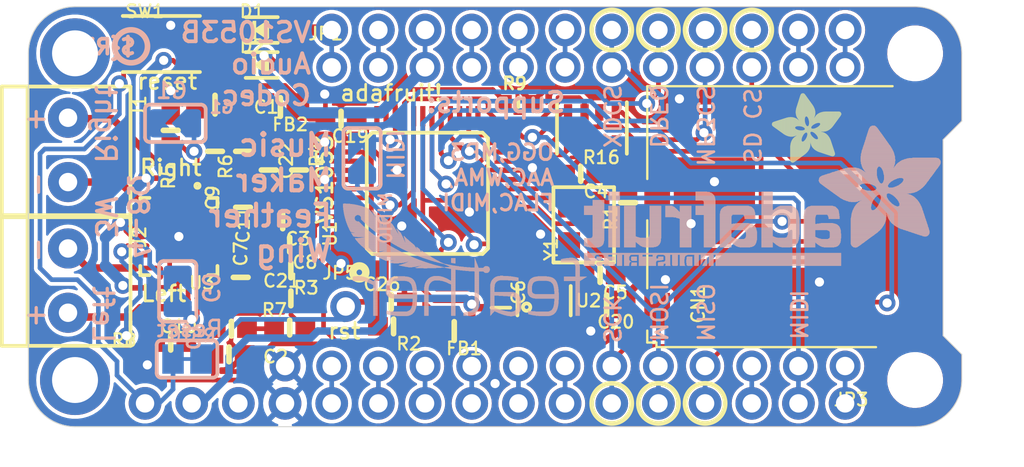
<source format=kicad_pcb>
(kicad_pcb (version 20221018) (generator pcbnew)
  (layers (0 "F.Cu" signal) (31 "B.Cu" signal) (34 "B.Paste" user) (35 "F.Paste" user) (36 "B.SilkS" user "B.Silkscreen") (37 "F.SilkS" user "F.Silkscreen") (38 "B.Mask" user) (39 "F.Mask" user) (44 "Edge.Cuts" user))
  (net 0 "")
  (net 1 "1.8V")
  (net 2 "3.3V")
  (net 3 "GND")
  (net 4 "AVDD")
  (net 5 "AGND")
  (net 6 "N$1")
  (net 7 "N$2")
  (net 8 "GPIO1")
  (net 9 "MISO")
  (net 10 "TX")
  (net 11 "MP3_RX")
  (net 12 "DREQ")
  (net 13 "CLKOUT")
  (net 14 "LEFT")
  (net 15 "RIGHT")
  (net 16 "N$5")
  (net 17 "N$6")
  (net 18 "MP3CS")
  (net 19 "XDCS")
  (net 20 "N$3")
  (net 21 "MP3RST")
  (net 22 "MOSI")
  (net 23 "SCLK")
  (net 24 "SD_CS")
  (net 25 "EN")
  (net 26 "USB")
  (net 27 "N")
  (net 28 "M")
  (net 29 "L")
  (net 30 "SCL")
  (net 31 "SDA")
  (net 32 "G")
  (net 33 "UART_RX")
  (net 34 "F")
  (net 35 "E")
  (net 36 "D")
  (net 37 "C")
  (net 38 "B")
  (net 39 "A")
  (net 40 "~{RESET}")
  (net 41 "GAIN1")
  (net 42 "GAIN0")
  (net 43 "VDD")
  (net 44 "IN_LEFT+")
  (net 45 "IN_RIGHT+")
  (net 46 "OUT_LEFT-")
  (net 47 "OUT_LEFT+")
  (net 48 "OUT_RIGHT-")
  (net 49 "OUT_RIGHT+")
  (net 50 "N$20")
  (net 51 "N$21")
  (net 52 "N$22")
  (net 53 "N$23")
  (net 54 "VBAT")
  (net 55 "GPIO0")
  (net 56 "AREF")
  (footprint "working:TERMBLOCK_1X2-3.5MM" (layer "F.Cu") (at 125.2601 101.3206 -90)
    (fp_text reference "J1")
    (fp_text value "3.5mm")
  )
  (footprint "working:0603-NO" (layer "F.Cu") (at 140.1191 99.6696 180)
    (fp_text reference "C19")
    (fp_text value "1µF")
  )
  (footprint "working:0603-NO" (layer "F.Cu") (at 134.7851 101.4476 90)
    (fp_text reference "R6")
    (fp_text value "100")
  )
  (footprint "working:0603-NO" (layer "F.Cu") (at 142.9766 110.9726 180)
    (fp_text reference "R2")
    (fp_text value "100K")
  )
  (footprint "working:0603-NO" (layer "F.Cu") (at 137.8331 102.4636 -90)
    (fp_text reference "R4")
    (fp_text value "22")
  )
  (footprint "working:RESPACK_4X0603" (layer "F.Cu") (at 153.7716 100.1776 180)
    (fp_text reference "R16")
    (fp_text value "100K")
  )
  (footprint "working:0603-NO" (layer "F.Cu") (at 137.3251 111.0361)
    (fp_text reference "R7")
    (fp_text value "100")
  )
  (footprint "working:0603-NO" (layer "F.Cu") (at 155.7401 104.2416 90)
    (fp_text reference "R1")
    (fp_text value "1M")
  )
  (footprint "working:0805-NO" (layer "F.Cu") (at 154.5717 109.7788 180)
    (fp_text reference "C20")
    (fp_text value "10µF")
  )
  (footprint "working:0603-NO" (layer "F.Cu") (at 133.2611 101.4476 -90)
    (fp_text reference "C9")
    (fp_text value "1µF")
  )
  (footprint "working:0603-NO" (layer "F.Cu") (at 153.162 102.6795 180)
    (fp_text reference "C4")
    (fp_text value "22pF")
  )
  (footprint "working:0603-NO" (layer "F.Cu") (at 134.6581 108.3056 90)
    (fp_text reference "C11")
    (fp_text value "1µF")
  )
  (footprint "working:SOD-123" (layer "F.Cu") (at 135.8011 96.7486)
    (fp_text reference "D2")
    (fp_text value "MBR120")
  )
  (footprint "working:0603-NO" (layer "F.Cu") (at 134.7851 104.4956 -90)
    (fp_text reference "C7")
    (fp_text value "1µF")
  )
  (footprint "working:CRYSTAL_3.2X2.5" (layer "F.Cu") (at 153.3271 105.4481 90)
    (fp_text reference "Y1")
    (fp_text value "ABM8G-12.288MHZ-4Y-T3")
  )
  (footprint "working:LQFP48" (layer "F.Cu") (at 144.8181 103.7336 90)
    (fp_text reference "U1")
    (fp_text value "VS1053B")
  )
  (footprint "working:FIDUCIAL_1MM" (layer "F.Cu") (at 126.9111 101.7016 -90)
    (fp_text reference "FID2" hide)
    (fp_text value "FIDUCIAL\"\"" hide)
  )
  (footprint "working:1X01_ROUND" (layer "F.Cu") (at 140.3731 109.8931)
    (fp_text reference "JP5")
    (fp_text value "")
  )
  (footprint "working:FEATHERWING_NODIM" (layer "F.Cu") (at 123.1011 116.4336)
    (fp_text reference "MS1" hide)
    (fp_text value "FEATHERWING_NODIM" hide)
  )
  (footprint "working:FIDUCIAL_1MM" (layer "F.Cu") (at 170.9801 100.6856)
    (fp_text reference "FID1" hide)
    (fp_text value "FIDUCIAL\"\"" hide)
  )
  (footprint "working:WQFN20" (layer "F.Cu") (at 131.2926 106.0831 180)
    (fp_text reference "U3")
    (fp_text value "TPA2012")
  )
  (footprint "working:_0805MP" (layer "F.Cu") (at 148.8186 109.9566 -90)
    (fp_text reference "C6")
    (fp_text value "10µF")
  )
  (footprint "working:SOD-123" (layer "F.Cu") (at 135.8011 94.8436)
    (fp_text reference "D1")
    (fp_text value "MBR120")
  )
  (footprint "working:MICROSD" (layer "F.Cu") (at 156.8831 112.0521 90)
    (fp_text reference "CN1")
    (fp_text value "2908-05WB-M6")
  )
  (footprint "working:_0603MP" (layer "F.Cu") (at 149.7711 98.7806)
    (fp_text reference "R9")
    (fp_text value "100K")
  )
  (footprint "working:0603-NO" (layer "F.Cu") (at 130.8481 100.3046 -90)
    (fp_text reference "R5")
    (fp_text value "100K")
  )
  (footprint "working:0603-NO" (layer "F.Cu") (at 142.8496 109.6391)
    (fp_text reference "C26")
    (fp_text value "0.1µF")
  )
  (footprint "working:0603-NO" (layer "F.Cu") (at 137.3886 107.9246 180)
    (fp_text reference "R3")
    (fp_text value "22")
  )
  (footprint "working:0603-NO" (layer "F.Cu") (at 136.1821 102.4636 -90)
    (fp_text reference "C22")
    (fp_text value "10nF")
  )
  (footprint "working:SOT23-6" (layer "F.Cu") (at 151.1681 109.5756)
    (fp_text reference "U2")
    (fp_text value "AP7312-1833W6-7")
  )
  (footprint "working:BTN_KMR2_4.6X2.8" (layer "F.Cu") (at 130.3401 95.6056)
    (fp_text reference "SW1")
    (fp_text value "KMR2")
  )
  (footprint "working:0603-NO" (layer "F.Cu") (at 134.1501 111.0996 180)
    (fp_text reference "C10")
    (fp_text value "1µF")
  )
  (footprint "working:0603-NO" (layer "F.Cu") (at 136.9441 105.2576 180)
    (fp_text reference "C3")
    (fp_text value "1uF")
  )
  (footprint "working:0603-NO" (layer "F.Cu") (at 137.3886 109.4486)
    (fp_text reference "C21")
    (fp_text value "10nF")
  )
  (footprint "working:0805-NO" (layer "F.Cu") (at 136.8171 99.0346 180)
    (fp_text reference "FB2")
    (fp_text value "FERITTE")
  )
  (footprint "working:0805-NO" (layer "F.Cu") (at 146.2786 111.2266 180)
    (fp_text reference "FB1")
    (fp_text value "FERITTE")
  )
  (footprint "working:0805-NO" (layer "F.Cu") (at 133.2611 98.9076)
    (fp_text reference "C1")
    (fp_text value "10µF")
  )
  (footprint "working:0603-NO" (layer "F.Cu") (at 137.3251 106.5276 180)
    (fp_text reference "C8")
    (fp_text value "0.1µF")
  )
  (footprint "working:TERMBLOCK_1X2-3.5MM" (layer "F.Cu") (at 125.2601 108.4326 -90)
    (fp_text reference "J2")
    (fp_text value "3.5mm")
  )
  (footprint "working:ADAFRUIT_3.5MM" (layer "F.Cu") (at 167.3606 102.0826 90)
    (fp_text reference "U$36" hide)
    (fp_text value "" hide)
  )
  (footprint "working:1X13_ROUND_70" (layer "F.Cu") (at 152.3111 113.1316 180)
    (fp_text reference "JP3")
    (fp_text value "")
  )
  (footprint "working:0603-NO" (layer "F.Cu") (at 154.2161 108.1786 180)
    (fp_text reference "C5")
    (fp_text value "22pF")
  )
  (footprint "working:1X12_ROUND" (layer "F.Cu") (at 153.5811 96.8756)
    (fp_text reference "JP1")
    (fp_text value "")
  )
  (footprint "working:0603-NO" (layer "F.Cu") (at 134.0231 112.4966)
    (fp_text reference "C2")
    (fp_text value "0.1µF")
  )
  (footprint "working:0603-NO" (layer "F.Cu") (at 130.8481 111.8616 180)
    (fp_text reference "R8")
    (fp_text value "100K")
  )
  (footprint "working:SOLDERJUMPER_ARROW_NOPASTE" (layer "B.Cu") (at 141.2621 101.8286 90)
    (fp_text reference "MIDI0")
    (fp_text value "")
  )
  (footprint "working:FEATHERLOGO_SMALL" (layer "B.Cu") (at 153.5811 110.4646 180)
    (fp_text reference "U$37" hide)
    (fp_text value "" hide)
  )
  (footprint "working:SOLDERJUMPER_ARROW_NOPASTE" (layer "B.Cu") (at 131.1021 99.9236 180)
    (fp_text reference "G1")
    (fp_text value "")
  )
  (footprint "working:SOLDERJUMPER_CLOSEDWIRE" (layer "B.Cu") (at 131.7371 112.7506 180)
    (fp_text reference "RST0")
    (fp_text value "")
  )
  (footprint "working:PCBFEAT-REV-040" (layer "B.Cu") (at 128.6891 95.7326 180)
    (fp_text reference "U$43" hide)
    (fp_text value "" hide)
  )
  (footprint "working:ADAFRUIT_TEXT_20MM" (layer "B.Cu") (at 172.9105 107.6706 180)
    (fp_text reference "U$55" hide)
    (fp_text value "" hide)
  )
  (footprint "working:SOLDERJUMPER_ARROW_NOPASTE" (layer "B.Cu") (at 131.2291 109.0676 90)
    (fp_text reference "G0")
    (fp_text value "")
  )
  (gr_circle (center 159.9311 94.8436) (end 161.023593 94.8436) (stroke (width 0.254)) (fill none) (layer "F.SilkS"))
  (gr_circle (center 154.8511 94.8436) (end 155.943593 94.8436) (stroke (width 0.254)) (fill none) (layer "F.SilkS"))
  (gr_circle (center 154.8511 115.1636) (end 155.943593 115.1636) (stroke (width 0.254)) (fill none) (layer "F.SilkS"))
  (gr_circle (center 159.9311 115.1636) (end 161.023593 115.1636) (stroke (width 0.254)) (fill none) (layer "F.SilkS"))
  (gr_circle (center 157.3911 94.8436) (end 158.483593 94.8436) (stroke (width 0.254)) (fill none) (layer "F.SilkS"))
  (gr_circle (center 157.3911 115.1636) (end 158.483593 115.1636) (stroke (width 0.254)) (fill none) (layer "F.SilkS"))
  (gr_circle (center 162.4711 94.8436) (end 163.563593 94.8436) (stroke (width 0.254)) (fill none) (layer "F.SilkS"))
  (gr_line (start 171.3611 116.4336) (end 125.6411 116.4336) (stroke (width 0.05)) (layer "Edge.Cuts"))
  (gr_arc (start 123.1011 96.1136) (mid 123.845049 94.317549) (end 125.6411 93.5736) (stroke (width 0.05)) (layer "Edge.Cuts"))
  (gr_arc (start 171.3611 93.5736) (mid 173.157151 94.317549) (end 173.9011 96.1136) (stroke (width 0.05)) (layer "Edge.Cuts"))
  (gr_line (start 173.9011 112.4966) (end 173.9011 113.8936) (stroke (width 0.05)) (layer "Edge.Cuts"))
  (gr_line (start 173.9011 99.7966) (end 172.8851 100.8126) (stroke (width 0.05)) (layer "Edge.Cuts"))
  (gr_line (start 125.6411 93.5736) (end 171.3611 93.5736) (stroke (width 0.05)) (layer "Edge.Cuts"))
  (gr_line (start 172.8851 100.8126) (end 172.8851 111.4806) (stroke (width 0.05)) (layer "Edge.Cuts"))
  (gr_line (start 123.1011 113.8936) (end 123.1011 96.1136) (stroke (width 0.05)) (layer "Edge.Cuts"))
  (gr_arc (start 173.9011 113.8936) (mid 173.157151 115.689651) (end 171.3611 116.4336) (stroke (width 0.05)) (layer "Edge.Cuts"))
  (gr_line (start 172.8851 111.4806) (end 173.9011 112.4966) (stroke (width 0.05)) (layer "Edge.Cuts"))
  (gr_arc (start 125.6411 116.4336) (mid 123.845049 115.689651) (end 123.1011 113.8936) (stroke (width 0.05)) (layer "Edge.Cuts"))
  (gr_line (start 173.9011 96.1136) (end 173.9011 99.7966) (stroke (width 0.05)) (layer "Edge.Cuts"))
  (gr_text "Supports:" (at 152.4381 99.4156) (layer "B.SilkS") (effects (font (size 1.0668 1.0668) (thickness 0.2032)) (justify left bottom mirror)))
  (gr_text "MIDI" (at 143.0401 100.1776 -90) (layer "B.SilkS") (effects (font (size 0.87376 0.87376) (thickness 0.14224)) (justify right mirror)))
  (gr_text "-" (at 123.7361 102.4636 -90) (layer "B.SilkS") (effects (font (size 1.0922 1.0922) (thickness 0.1778)) (justify right mirror)))
  (gr_text "OGG,MP3,\nAAC,WMA,\nFLAC,MIDI" (at 151.8031 104.7496) (layer "B.SilkS") (effects (font (size 0.85344 0.85344) (thickness 0.16256)) (justify left bottom mirror)))
  (gr_text "MIDI" (at 165.0111 110.3376 -90) (layer "B.SilkS") (effects (font (size 0.87376 0.87376) (thickness 0.14224)) (justify mirror)))
  (gr_text "Left" (at 127.1651 111.9886 -90) (layer "B.SilkS") (effects (font (size 1.0922 1.0922) (thickness 0.1778)) (justify left mirror)))
  (gr_text "SD CS" (at 162.4711 100.0506 -90) (layer "B.SilkS") (effects (font (size 0.87376 0.87376) (thickness 0.14224)) (justify mirror)))
  (gr_text "G1" (at 129.9591 97.6376) (layer "B.SilkS") (effects (font (size 0.8636 0.8636) (thickness 0.1524)) (justify right top mirror)))
  (gr_text "+" (at 123.6091 98.9076 -90) (layer "B.SilkS") (effects (font (size 1.0922 1.0922) (thickness 0.1778)) (justify right mirror)))
  (gr_text "MP3CS" (at 159.9311 100.0506 -90) (layer "B.SilkS") (effects (font (size 0.87376 0.87376) (thickness 0.14224)) (justify mirror)))
  (gr_text "XDCS" (at 154.8511 99.5426 -90) (layer "B.SilkS") (effects (font (size 0.87376 0.87376) (thickness 0.14224)) (justify mirror)))
  (gr_text "Reset" (at 133.7691 111.0996) (layer "B.SilkS") (effects (font (size 0.87376 0.87376) (thickness 0.14224)) (justify left mirror)))
  (gr_text "4-8Ω\n3W" (at 128.1811 105.0036 -90) (layer "B.SilkS") (effects (font (size 1.0795 1.0795) (thickness 0.1905)) (justify mirror)))
  (gr_text "MISO" (at 159.9311 110.2106 -90) (layer "B.SilkS") (effects (font (size 0.87376 0.87376) (thickness 0.14224)) (justify mirror)))
  (gr_text "Music\nMaker\nFeather\nWing" (at 139.7381 103.9876) (layer "B.SilkS") (effects (font (size 1.194816 1.194816) (thickness 0.227584)) (justify left mirror)))
  (gr_text "MOSI" (at 157.3911 110.2106 -90) (layer "B.SilkS") (effects (font (size 0.87376 0.87376) (thickness 0.14224)) (justify mirror)))
  (gr_text "SCK" (at 154.8511 110.5916 -90) (layer "B.SilkS") (effects (font (size 0.87376 0.87376) (thickness 0.14224)) (justify mirror)))
  (gr_text "G0" (at 133.5151 107.9246 -90) (layer "B.SilkS") (effects (font (size 0.8636 0.8636) (thickness 0.1524)) (justify right top mirror)))
  (gr_text "DREQ" (at 157.3911 99.5426 -90) (layer "B.SilkS") (effects (font (size 0.87376 0.87376) (thickness 0.14224)) (justify mirror)))
  (gr_text "-" (at 123.7361 106.0196 -90) (layer "B.SilkS") (effects (font (size 1.0922 1.0922) (thickness 0.1778)) (justify right mirror)))
  (gr_text "VS1053B\nAudio\nCodec" (at 138.5951 99.0346) (layer "B.SilkS") (effects (font (size 1.0668 1.0668) (thickness 0.2032)) (justify left bottom mirror)))
  (gr_text "+" (at 123.6091 109.5756 -90) (layer "B.SilkS") (effects (font (size 1.0922 1.0922) (thickness 0.1778)) (justify right mirror)))
  (gr_text "Right" (at 127.2921 97.7646 -90) (layer "B.SilkS") (effects (font (size 1.0922 1.0922) (thickness 0.1778)) (justify right mirror)))
  (gr_text "Left" (at 130.4671 109.1946) (layer "F.SilkS") (effects (font (size 0.8636 0.8636) (thickness 0.1524))))
  (gr_text "VS1053" (at 139.2301 102.9716 90) (layer "F.SilkS") (effects (font (size 0.8636 0.8636) (thickness 0.1524))))
  (gr_text "adafruit!" (at 139.9921 98.2726) (layer "F.SilkS") (effects (font (size 0.87376 0.87376) (thickness 0.14224)) (justify left)))
  (gr_text "rst" (at 141.2621 110.7186) (layer "F.SilkS") (effects (font (size 0.87376 0.87376) (thickness 0.14224)) (justify right top)))
  (gr_text "reset" (at 128.9431 98.1456) (layer "F.SilkS") (effects (font (size 0.87376 0.87376) (thickness 0.14224)) (justify left bottom)))
  (gr_text "Right" (at 130.8481 102.3366) (layer "F.SilkS") (effects (font (size 0.8636 0.8636) (thickness 0.1524))))
  (segment (start 144.5681 99.5336) (end 144.5681 104.1146) (width 0.254) (layer "F.Cu") (net 1))
  (segment (start 145.0681 107.9336) (end 145.0681 108.6826) (width 0.254) (layer "F.Cu") (net 1))
  (segment (start 145.0681 108.6826) (end 145.3261 108.9406) (width 0.254) (layer "F.Cu") (net 1))
  (segment (start 149.4836 108.2756) (end 150.2181 108.2756) (width 0.4064) (layer "F.Cu") (net 1))
  (segment (start 148.2031 100.9836) (end 149.0181 100.9836) (width 0.254) (layer "F.Cu") (net 1))
  (segment (start 146.7231 102.9716) (end 147.9931 101.7016) (width 0.254) (layer "F.Cu") (net 1))
  (segment (start 144.5681 105.1346) (end 145.0721 105.6386) (width 0.254) (layer "F.Cu") (net 1))
  (segment (start 145.0721 107.9336) (end 145.0681 107.9336) (width 0.254) (layer "F.Cu") (net 1))
  (segment (start 146.7231 103.9876) (end 146.7231 102.9716) (width 0.254) (layer "F.Cu") (net 1))
  (segment (start 146.7231 103.9876) (end 146.5961 104.1146) (width 0.254) (layer "F.Cu") (net 1))
  (segment (start 145.0721 106.1466) (end 145.0721 105.6386) (width 0.254) (layer "F.Cu") (net 1))
  (segment (start 144.5681 104.1146) (end 144.5681 105.1346) (width 0.254) (layer "F.Cu") (net 1))
  (segment (start 144.0681 106.1466) (end 145.0721 106.1466) (width 0.254) (layer "F.Cu") (net 1))
  (segment (start 147.9931 101.1936) (end 147.9931 101.7016) (width 0.254) (layer "F.Cu") (net 1))
  (segment (start 150.2181 108.6206) (end 150.2181 108.2756) (width 0.4064) (layer "F.Cu") (net 1))
  (segment (start 145.0721 106.1466) (end 145.0721 107.9336) (width 0.254) (layer "F.Cu") (net 1))
  (segment (start 144.0681 107.9336) (end 144.0681 106.1466) (width 0.254) (layer "F.Cu") (net 1))
  (segment (start 148.8186 108.9406) (end 149.4836 108.2756) (width 0.4064) (layer "F.Cu") (net 1))
  (segment (start 146.5961 104.1146) (end 144.5681 104.1146) (width 0.254) (layer "F.Cu") (net 1))
  (segment (start 145.3261 108.9406) (end 148.8186 108.9406) (width 0.254) (layer "F.Cu") (net 1))
  (segment (start 147.9931 101.1936) (end 148.2031 100.9836) (width 0.254) (layer "F.Cu") (net 1))
  (segment (start 141.5161 101.0031) (end 141.5161 100.2166) (width 0.254) (layer "F.Cu") (net 2))
  (segment (start 147.2311 110.770119) (end 147.228331 110.772888) (width 0.254) (layer "F.Cu") (net 2))
  (segment (start 148.0541 109.9566) (end 150.2601 109.9566) (width 0.254) (layer "F.Cu") (net 2))
  (segment (start 151.4221 101.8921) (end 151.6761 101.6381) (width 0.254) (layer "F.Cu") (net 2))
  (segment (start 155.5217 111.064) (end 155.5217 109.7788) (width 0.4064) (layer "F.Cu") (net 2))
  (segment (start 162.9791 105.3846) (end 162.9791 101.8286) (width 0.254) (layer "F.Cu") (net 2))
  (segment (start 150.6601 109.7026) (end 152.1221 109.7026) (width 0.4064) (layer "F.Cu") (net 2))
  (segment (start 149.0181 103.4836) (end 150.7831 103.4836) (width 0.254) (layer "F.Cu") (net 2))
  (segment (start 144.0681 99.5336) (end 144.0681 103.6066) (width 0.254) (layer "F.Cu") (net 2))
  (segment (start 148.0541 109.9566) (end 147.2311 109.9566) (width 0.4064) (layer "F.Cu") (net 2))
  (segment (start 150.2181 110.1446) (end 150.6601 109.7026) (width 0.4064) (layer "F.Cu") (net 2))
  (segment (start 152.4716 101.3506) (end 152.4716 101.0276) (width 0.254) (layer "F.Cu") (net 2))
  (segment (start 151.6761 101.6381) (end 152.1841 101.6381) (width 0.254) (layer "F.Cu") (net 2))
  (segment (start 149.7351 105.9836) (end 151.1681 107.4166) (width 0.254) (layer "F.Cu") (net 2))
  (segment (start 154.1716 101.0276) (end 155.0716 101.0276) (width 0.254) (layer "F.Cu") (net 2))
  (segment (start 161.4551 106.9086) (end 162.9791 105.3846) (width 0.4064) (layer "F.Cu") (net 2))
  (segment (start 162.5981 101.4476) (end 162.9791 101.8286) (width 0.254) (layer "F.Cu") (net 2))
  (segment (start 149.0181 105.9836) (end 149.7351 105.9836) (width 0.254) (layer "F.Cu") (net 2))
  (segment (start 142.2781 101.7651) (end 141.5161 101.0031) (width 0.254) (layer "F.Cu") (net 2))
  (segment (start 142.2781 101.7651) (end 142.2781 103.8606) (width 0.254) (layer "F.Cu") (net 2))
  (segment (start 147.228331 110.772888) (end 147.228331 110.909369) (width 0.254) (layer "F.Cu") (net 2))
  (segment (start 145.1991 109.5756) (end 147.0406 109.5756) (width 0.254) (layer "F.Cu") (net 2))
  (segment (start 152.1181 107.9906) (end 152.1181 108.2756) (width 0.254) (layer "F.Cu") (net 2))
  (segment (start 149.0181 103.4836) (end 147.9931 103.4836) (width 0.254) (layer "F.Cu") (net 2))
  (segment (start 150.2181 110.8756) (end 150.2181 110.1446) (width 0.4064) (layer "F.Cu") (net 2))
  (segment (start 155.4916 101.4476) (end 162.5981 101.4476) (width 0.254) (layer "F.Cu") (net 2))
  (segment (start 158.0261 106.9086) (end 161.4551 106.9086) (width 0.4064) (layer "F.Cu") (net 2))
  (segment (start 147.9931 103.4836) (end 147.9931 105.9836) (width 0.254) (layer "F.Cu") (net 2))
  (segment (start 151.1681 107.4166) (end 151.1681 108.2756) (width 0.254) (layer "F.Cu") (net 2))
  (segment (start 144.5681 108.9446) (end 145.1991 109.5756) (width 0.254) (layer "F.Cu") (net 2))
  (segment (start 150.7831 103.4836) (end 151.4221 102.8446) (width 0.254) (layer "F.Cu") (net 2))
  (segment (start 147.2311 109.7661) (end 147.2311 109.9566) (width 0.4064) (layer "F.Cu") (net 2))
  (segment (start 147.2311 109.9566) (end 147.2311 110.770119) (width 0.4064) (layer "F.Cu") (net 2))
  (segment (start 143.3061 104.3686) (end 142.7861 104.3686) (width 0.254) (layer "F.Cu") (net 2))
  (segment (start 144.0681 103.6066) (end 143.3061 104.3686) (width 0.254) (layer "F.Cu") (net 2))
  (segment (start 152.1181 110.8756) (end 152.1181 109.6986) (width 0.4064) (layer "F.Cu") (net 2))
  (segment (start 152.1181 111.2876) (end 152.1181 110.8756) (width 0.4064) (layer "F.Cu") (net 2))
  (segment (start 142.2781 103.8606) (end 142.7861 104.3686) (width 0.254) (layer "F.Cu") (net 2))
  (segment (start 151.1681 108.2756) (end 152.1181 108.2756) (width 0.4064) (layer "F.Cu") (net 2))
  (segment (start 147.228331 110.909369) (end 147.2286 110.909369) (width 0.4064) (layer "F.Cu") (net 2))
  (segment (start 149.0181 105.9836) (end 147.9931 105.9836) (width 0.254) (layer "F.Cu") (net 2))
  (segment (start 163.9466 106.3521) (end 167.9231 106.3521) (width 0.254) (layer "F.Cu") (net 2))
  (segment (start 155.5217 111.064) (end 153.9621 112.1156) (width 0.4064) (layer "F.Cu") (net 2))
  (segment (start 155.0716 101.0276) (end 155.4916 101.4476) (width 0.254) (layer "F.Cu") (net 2))
  (segment (start 152.1841 101.6381) (end 152.4716 101.3506) (width 0.254) (layer "F.Cu") (net 2))
  (segment (start 152.1221 109.7026) (end 152.1181 109.6986) (width 0.4064) (layer "F.Cu") (net 2))
  (segment (start 155.5217 109.413) (end 155.5217 109.7788) (width 0.4064) (layer "F.Cu") (net 2))
  (segment (start 151.4221 101.8921) (end 151.4221 102.8446) (width 0.254) (layer "F.Cu") (net 2))
  (segment (start 144.5681 107.9336) (end 144.5681 108.9446) (width 0.254) (layer "F.Cu") (net 2))
  (segment (start 147.0406 109.5756) (end 147.2311 109.7661) (width 0.254) (layer "F.Cu") (net 2))
  (segment (start 150.2601 110.8336) (end 150.2181 110.8756) (width 0.4064) (layer "F.Cu") (net 2))
  (segment (start 158.0261 106.9086) (end 155.5217 109.413) (width 0.4064) (layer "F.Cu") (net 2))
  (segment (start 152.1181 109.6986) (end 152.1181 108.2756) (width 0.4064) (layer "F.Cu") (net 2))
  (segment (start 150.2601 109.9566) (end 150.2601 110.8336) (width 0.4064) (layer "F.Cu") (net 2))
  (segment (start 147.2286 110.909369) (end 147.2286 111.2266) (width 0.4064) (layer "F.Cu") (net 2))
  (segment (start 163.9466 106.3521) (end 162.9791 105.3846) (width 0.254) (layer "F.Cu") (net 2))
  (segment (start 141.5161 100.2166) (end 140.9691 99.6696) (width 0.254) (layer "F.Cu") (net 2))
  (segment (start 153.9621 112.1156) (end 153.2001 112.1156) (width 0.4064) (layer "F.Cu") (net 2))
  (segment (start 153.2001 112.1156) (end 152.1181 111.2876) (width 0.4064) (layer "F.Cu") (net 2))
  (via (at 147.2311 109.7661) (size 0.9064) (drill 0.5) (layers "F.Cu" "B.Cu") (net 2))
  (via (at 142.7861 104.3686) (size 0.9064) (drill 0.5) (layers "F.Cu" "B.Cu") (net 2))
  (segment (start 141.0081 102.5906) (end 141.2621 102.8446) (width 0.254) (layer "B.Cu") (net 2))
  (segment (start 141.0081 103.4796) (end 141.0081 102.5906) (width 0.254) (layer "B.Cu") (net 2))
  (segment (start 146.9136 109.4486) (end 147.2311 109.7661) (width 0.4064) (layer "B.Cu") (net 2))
  (segment (start 142.7861 104.3686) (end 142.7861 104.7496) (width 0.4064) (layer "B.Cu") (net 2))
  (segment (start 134.0231 113.6396) (end 134.0231 112.6236) (width 0.4064) (layer "B.Cu") (net 2))
  (segment (start 138.8491 111.2266) (end 141.8971 111.2266) (width 0.4064) (layer "B.Cu") (net 2))
  (segment (start 142.5321 105.0036) (end 142.4051 105.1306) (width 0.4064) (layer "B.Cu") (net 2))
  (segment (start 142.4051 109.4486) (end 146.9136 109.4486) (width 0.4064) (layer "B.Cu") (net 2))
  (segment (start 142.7861 104.7496) (end 142.5321 105.0036) (width 0.4064) (layer "B.Cu") (net 2))
  (segment (start 132.4991 115.1636) (end 134.0231 113.6396) (width 0.4064) (layer "B.Cu") (net 2))
  (segment (start 142.4051 110.7186) (end 142.4051 109.4486) (width 0.4064) (layer "B.Cu") (net 2))
  (segment (start 142.4051 105.1306) (end 142.4051 109.4486) (width 0.4064) (layer "B.Cu") (net 2))
  (segment (start 131.9911 115.1636) (end 132.4991 115.1636) (width 0.4064) (layer "B.Cu") (net 2))
  (segment (start 141.0081 103.4796) (end 142.5321 105.0036) (width 0.254) (layer "B.Cu") (net 2))
  (segment (start 141.8971 111.2266) (end 142.4051 110.7186) (width 0.4064) (layer "B.Cu") (net 2))
  (segment (start 135.0391 111.6076) (end 138.4681 111.6076) (width 0.4064) (layer "B.Cu") (net 2))
  (segment (start 134.0231 112.6236) (end 135.0391 111.6076) (width 0.4064) (layer "B.Cu") (net 2))
  (segment (start 138.4681 111.6076) (end 138.8491 111.2266) (width 0.4064) (layer "B.Cu") (net 2))
  (segment (start 139.2691 98.4386) (end 139.2691 99.6696) (width 0.254) (layer "F.Cu") (net 3))
  (segment (start 153.3661 109.5232) (end 153.3661 108.1786) (width 0.254) (layer "F.Cu") (net 3))
  (segment (start 149.0181 101.9836) (end 150.1801 101.9836) (width 0.254) (layer "F.Cu") (net 3))
  (segment (start 147.3581 103.2256) (end 147.3581 104.6226) (width 0.254) (layer "F.Cu") (net 3))
  (segment (start 150.1801 101.9836) (end 150.5331 102.3366) (width 0.254) (layer "F.Cu") (net 3))
  (segment (start 130.8481 99.4546) (end 130.8481 98.1456) (width 0.254) (layer "F.Cu") (net 3))
  (segment (start 149.0181 102.4836) (end 148.9981 102.4636) (width 0.254) (layer "F.Cu") (net 3))
  (segment (start 139.2936 98.3361) (end 139.2301 98.3361) (width 0.254) (layer "F.Cu") (net 3))
  (segment (start 148.7551 111.8616) (end 150.2791 111.8616) (width 0.3048) (layer "F.Cu") (net 3))
  (segment (start 129.9981 112.6481) (end 129.5781 113.0681) (width 0.254) (layer "F.Cu") (net 3))
  (segment (start 143.5681 107.9336) (end 143.5681 109.6391) (width 0.3048) (layer "F.Cu") (net 3))
  (segment (start 149.0181 102.4836) (end 150.5331 102.4836) (width 0.254) (layer "F.Cu") (net 3))
  (segment (start 137.0711 97.8916) (end 137.7671 98.5876) (width 0.3048) (layer "F.Cu") (net 3))
  (segment (start 149.0061 102.9716) (end 147.6121 102.9716) (width 0.254) (layer "F.Cu") (net 3))
  (segment (start 130.8481 94.8056) (end 130.8861 94.8056) (width 0.254) (layer "F.Cu") (net 3))
  (segment (start 129.9981 111.8616) (end 129.9981 112.6481) (width 0.254) (layer "F.Cu") (net 3))
  (segment (start 150.5331 102.9836) (end 150.5331 102.4836) (width 0.254) (layer "F.Cu") (net 3))
  (segment (start 139.4481 98.1816) (end 139.2936 98.3361) (width 0.254) (layer "F.Cu") (net 3))
  (segment (start 138.4021 99.6696) (end 139.2691 99.6696) (width 0.3048) (layer "F.Cu") (net 3))
  (segment (start 134.4041 97.8916) (end 134.2111 98.0846) (width 0.3048) (layer "F.Cu") (net 3))
  (segment (start 137.7671 98.5876) (end 137.7671 99.0346) (width 0.3048) (layer "F.Cu") (net 3))
  (segment (start 130.8481 94.5896) (end 130.8481 94.8056) (width 0.254) (layer "F.Cu") (net 3))
  (segment (start 149.0181 102.9836) (end 149.0061 102.9716) (width 0.254) (layer "F.Cu") (net 3))
  (segment (start 152.312 102.6795) (end 153.1629 101.8286) (width 0.254) (layer "F.Cu") (net 3))
  (segment (start 137.7671 99.0346) (end 138.4021 99.6696) (width 0.3048) (layer "F.Cu") (net 3))
  (segment (start 131.2291 94.8056) (end 130.8861 94.8056) (width 0.254) (layer "F.Cu") (net 3))
  (segment (start 132.3901 94.8056) (end 131.2291 94.8056) (width 0.254) (layer "F.Cu") (net 3))
  (segment (start 130.7926 104.1081) (end 130.7926 105.5831) (width 0.254) (layer "F.Cu") (net 3))
  (segment (start 139.2301 98.3996) (end 139.2301 98.3361) (width 0.254) (layer "F.Cu") (net 3))
  (segment (start 143.5681 109.6391) (end 143.6996 109.6391) (width 0.3048) (layer "F.Cu") (net 3))
  (segment (start 142.5681 98.1816) (end 139.4481 98.1816) (width 0.254) (layer "F.Cu") (net 3))
  (segment (start 134.4041 97.8916) (end 137.0711 97.8916) (width 0.3048) (layer "F.Cu") (net 3))
  (segment (start 128.2901 94.8056) (end 130.8861 94.8056) (width 0.254) (layer "F.Cu") (net 3))
  (segment (start 139.2691 98.4386) (end 139.2301 98.3996) (width 0.254) (layer "F.Cu") (net 3))
  (segment (start 153.1629 101.8286) (end 153.3716 101.8286) (width 0.254) (layer "F.Cu") (net 3))
  (segment (start 134.2111 98.0846) (end 134.2111 98.9076) (width 0.3048) (layer "F.Cu") (net 3))
  (segment (start 130.7926 105.5831) (end 131.2926 106.0831) (width 0.254) (layer "F.Cu") (net 3))
  (segment (start 130.7926 106.5831) (end 131.2926 106.0831) (width 0.254) (layer "F.Cu") (net 3))
  (segment (start 130.7926 108.0581) (end 130.7926 106.5831) (width 0.254) (layer "F.Cu") (net 3))
  (segment (start 149.0181 102.9836) (end 150.5331 102.9836) (width 0.254) (layer "F.Cu") (net 3))
  (segment (start 142.5681 99.5336) (end 142.5681 98.1816) (width 0.254) (layer "F.Cu") (net 3))
  (segment (start 147.6121 102.9716) (end 147.3581 103.2256) (width 0.254) (layer "F.Cu") (net 3))
  (segment (start 153.3716 101.0276) (end 153.3716 101.8286) (width 0.254) (layer "F.Cu") (net 3))
  (segment (start 153.6217 109.7788) (end 153.3661 109.5232) (width 0.254) (layer "F.Cu") (net 3))
  (segment (start 148.9981 102.4636) (end 148.1201 102.4636) (width 0.254) (layer "F.Cu") (net 3))
  (segment (start 153.3716 101.8286) (end 155.1686 101.8286) (width 0.254) (layer "F.Cu") (net 3))
  (via (at 158.5341 98.5901) (size 0.9064) (drill 0.5) (layers "F.Cu" "B.Cu") (net 3))
  (via (at 129.5781 113.0681) (size 0.9064) (drill 0.5) (layers "F.Cu" "B.Cu") (net 3))
  (via (at 143.4211 105.5116) (size 0.9064) (drill 0.5) (layers "F.Cu" "B.Cu") (net 3))
  (via (at 166.1541 108.5596) (size 0.9064) (drill 0.5) (layers "F.Cu" "B.Cu") (net 3))
  (via (at 148.5011 114.0841) (size 0.9064) (drill 0.5) (layers "F.Cu" "B.Cu") (net 3))
  (via (at 130.8481 94.5896) (size 0.9064) (drill 0.5) (layers "F.Cu" "B.Cu") (net 3))
  (via (at 159.1691 105.3846) (size 0.9064) (drill 0.5) (layers "F.Cu" "B.Cu") (net 3))
  (via (at 150.9776 105.9561) (size 0.9064) (drill 0.5) (layers "F.Cu" "B.Cu") (net 3))
  (via (at 150.5331 102.3366) (size 0.9064) (drill 0.5) (layers "F.Cu" "B.Cu") (net 3))
  (via (at 153.7081 111.2266) (size 0.9064) (drill 0.5) (layers "F.Cu" "B.Cu") (net 3))
  (via (at 160.4391 103.0986) (size 0.9064) (drill 0.5) (layers "F.Cu" "B.Cu") (net 3))
  (via (at 139.2301 98.3361) (size 0.9064) (drill 0.5) (layers "F.Cu" "B.Cu") (net 3))
  (via (at 143.1671 102.4636) (size 0.9064) (drill 0.5) (layers "F.Cu" "B.Cu") (net 3))
  (via (at 131.2926 106.0831) (size 0.9064) (drill 0.5) (layers "F.Cu" "B.Cu") (net 3))
  (via (at 147.1041 104.7496) (size 0.9064) (drill 0.5) (layers "F.Cu" "B.Cu") (net 3))
  (via (at 130.8481 98.1456) (size 0.9064) (drill 0.5) (layers "F.Cu" "B.Cu") (net 3))
  (via (at 157.7721 108.4326) (size 0.9064) (drill 0.5) (layers "F.Cu" "B.Cu") (net 3))
  (segment (start 143.0401 105.6386) (end 143.0401 105.5116) (width 0.254) (layer "B.Cu") (net 3))
  (segment (start 138.0871 96.8756) (end 137.9601 96.7486) (width 0.254) (layer "B.Cu") (net 3))
  (segment (start 140.6381 105.0036) (end 139.2301 105.0036) (width 0.254) (layer "F.Cu") (net 4))
  (segment (start 139.1666 109.3851) (end 139.9921 108.5596) (width 0.254) (layer "F.Cu") (net 4))
  (segment (start 128.4351 113.3856) (end 128.4351 111.4806) (width 0.254) (layer "F.Cu") (net 4))
  (segment (start 142.9376 111.9251) (end 143.8266 111.0361) (width 0.254) (layer "F.Cu") (net 4))
  (segment (start 140.6381 105.0036) (end 140.6181 104.9836) (width 0.254) (layer "F.Cu") (net 4))
  (segment (start 129.3176 106.5831) (end 128.5066 106.5831) (width 0.254) (layer "F.Cu") (net 4))
  (segment (start 143.8266 111.0361) (end 143.8266 110.9726) (width 0.254) (layer "F.Cu") (net 4))
  (segment (start 135.8011 112.4966) (end 136.3726 111.9251) (width 0.254) (layer "F.Cu") (net 4))
  (segment (start 133.1731 113.8546) (end 133.1341 113.8936) (width 0.254) (layer "F.Cu") (net 4))
  (segment (start 128.5066 106.5831) (end 128.1811 106.9086) (width 0.254) (layer "F.Cu") (net 4))
  (segment (start 140.6181 101.4836) (end 141.2981 101.4836) (width 0.254) (layer "F.Cu") (net 4))
  (segment (start 141.7701 106.9086) (end 141.7701 105.0036) (width 0.254) (layer "F.Cu") (net 4))
  (segment (start 135.8011 113.6396) (end 135.5471 113.8936) (width 0.254) (layer "F.Cu") (net 4))
  (segment (start 128.9431 113.8936) (end 128.4351 113.3856) (width 0.254) (layer "F.Cu") (net 4))
  (segment (start 138.2141 106.5276) (end 138.1751 106.5276) (width 0.254) (layer "F.Cu") (net 4))
  (segment (start 141.3891 107.2896) (end 141.7701 106.9086) (width 0.254) (layer "F.Cu") (net 4))
  (segment (start 144.0806 111.2266) (end 145.3286 111.2266) (width 0.254) (layer "F.Cu") (net 4))
  (segment (start 135.8011 112.4966) (end 135.8011 113.6396) (width 0.254) (layer "F.Cu") (net 4))
  (segment (start 139.1666 111.0996) (end 139.9921 111.9251) (width 0.254) (layer "F.Cu") (net 4))
  (segment (start 138.6831 106.0586) (end 138.2141 106.5276) (width 0.254) (layer "F.Cu") (net 4))
  (segment (start 139.9921 111.9251) (end 142.9376 111.9251) (width 0.254) (layer "F.Cu") (net 4))
  (segment (start 138.6831 105.5506) (end 138.6831 106.0586) (width 0.254) (layer "F.Cu") (net 4))
  (segment (start 143.8266 110.9726) (end 144.0806 111.2266) (width 0.254) (layer "F.Cu") (net 4))
  (segment (start 141.7701 105.0036) (end 140.6381 105.0036) (width 0.254) (layer "F.Cu") (net 4))
  (segment (start 141.7661 103.9836) (end 141.7701 103.9876) (width 0.254) (layer "F.Cu") (net 4))
  (segment (start 133.1731 112.4966) (end 133.1731 113.8546) (width 0.254) (layer "F.Cu") (net 4))
  (segment (start 139.9921 108.5596) (end 141.1351 108.5596) (width 0.254) (layer "F.Cu") (net 4))
  (segment (start 141.7701 103.9876) (end 141.7701 105.0036) (width 0.254) (layer "F.Cu") (net 4))
  (segment (start 133.1341 113.8936) (end 128.9431 113.8936) (width 0.254) (layer "F.Cu") (net 4))
  (segment (start 141.2981 101.4836) (end 141.7701 101.9556) (width 0.254) (layer "F.Cu") (net 4))
  (segment (start 141.7701 101.9556) (end 141.7701 103.9876) (width 0.254) (layer "F.Cu") (net 4))
  (segment (start 141.3891 108.3056) (end 141.3891 107.2896) (width 0.254) (layer "F.Cu") (net 4))
  (segment (start 141.1351 108.5596) (end 141.3891 108.3056) (width 0.254) (layer "F.Cu") (net 4))
  (segment (start 135.5471 113.8936) (end 133.1341 113.8936) (width 0.254) (layer "F.Cu") (net 4))
  (segment (start 139.1666 109.3851) (end 139.1666 111.0996) (width 0.254) (layer "F.Cu") (net 4))
  (segment (start 139.2301 105.0036) (end 138.6831 105.5506) (width 0.254) (layer "F.Cu") (net 4))
  (segment (start 140.6181 103.9836) (end 141.7661 103.9836) (width 0.254) (layer "F.Cu") (net 4))
  (segment (start 136.3726 111.9251) (end 139.9921 111.9251) (width 0.254) (layer "F.Cu") (net 4))
  (via (at 128.4351 111.4806) (size 0.9064) (drill 0.5) (layers "F.Cu" "B.Cu") (net 4))
  (via (at 128.1811 106.9086) (size 0.9064) (drill 0.5) (layers "F.Cu" "B.Cu") (net 4))
  (segment (start 129.1971 108.4326) (end 129.1971 109.3216) (width 0.254) (layer "B.Cu") (net 4))
  (segment (start 128.1811 107.4166) (end 129.1971 108.4326) (width 0.254) (layer "B.Cu") (net 4))
  (segment (start 129.1971 109.3216) (end 128.4351 110.0836) (width 0.254) (layer "B.Cu") (net 4))
  (segment (start 128.1811 106.9086) (end 128.1811 107.4166) (width 0.254) (layer "B.Cu") (net 4))
  (segment (start 128.4351 110.0836) (end 128.4351 111.4806) (width 0.254) (layer "B.Cu") (net 4))
  (segment (start 134.1501 110.3376) (end 134.1501 111.9006) (width 0.2032) (layer "F.Cu") (net 5))
  (segment (start 136.0941 106.1466) (end 136.4751 106.5276) (width 0.254) (layer "F.Cu") (net 5))
  (segment (start 140.6181 105.9836) (end 139.7741 105.9836) (width 0.254) (layer "F.Cu") (net 5))
  (segment (start 136.0941 105.2576) (end 136.0941 106.1466) (width 0.254) (layer "F.Cu") (net 5))
  (segment (start 134.6581 109.8296) (end 134.1501 110.3376) (width 0.254) (layer "F.Cu") (net 5))
  (segment (start 134.6581 109.1556) (end 134.6581 109.8296) (width 0.254) (layer "F.Cu") (net 5))
  (segment (start 133.9596 106.0831) (end 134.2771 106.4006) (width 0.254) (layer "F.Cu") (net 5))
  (segment (start 134.2771 106.4006) (end 135.8401 106.4006) (width 0.254) (layer "F.Cu") (net 5))
  (segment (start 140.6181 102.4836) (end 139.3571 102.4836) (width 0.254) (layer "F.Cu") (net 5))
  (segment (start 140.6181 102.9836) (end 139.2301 102.9836) (width 0.254) (layer "F.Cu") (net 5))
  (segment (start 139.7381 107.1746) (end 140.1191 107.5556) (width 0.254) (layer "F.Cu") (net 5))
  (segment (start 139.2301 108.5596) (end 138.3411 109.4486) (width 0.254) (layer "F.Cu") (net 5))
  (segment (start 136.1431 104.0266) (end 136.1821 103.9876) (width 0.254) (layer "F.Cu") (net 5))
  (segment (start 139.3571 102.4836) (end 139.3571 102.5906) (width 0.254) (layer "F.Cu") (net 5))
  (segment (start 134.7461 112.4966) (end 134.8731 112.4966) (width 0.254) (layer "F.Cu") (net 5))
  (segment (start 139.2301 107.9366) (end 139.2301 108.5596) (width 0.254) (layer "F.Cu") (net 5))
  (segment (start 134.7851 103.6456) (end 135.1171 103.3136) (width 0.254) (layer "F.Cu") (net 5))
  (segment (start 135.8401 106.4006) (end 136.0941 106.1466) (width 0.254) (layer "F.Cu") (net 5))
  (segment (start 133.2676 106.0831) (end 133.9596 106.0831) (width 0.254) (layer "F.Cu") (net 5))
  (segment (start 135.1171 103.3136) (end 136.1821 103.3136) (width 0.254) (layer "F.Cu") (net 5))
  (segment (start 134.1501 111.9006) (end 134.7461 112.4966) (width 0.254) (layer "F.Cu") (net 5))
  (segment (start 139.7741 105.9836) (end 139.7381 106.0196) (width 0.254) (layer "F.Cu") (net 5))
  (segment (start 139.7381 106.0196) (end 139.7381 107.1746) (width 0.254) (layer "F.Cu") (net 5))
  (segment (start 138.3411 109.4486) (end 138.2386 109.4486) (width 0.254) (layer "F.Cu") (net 5))
  (via (at 139.2301 100.9396) (size 0.9064) (drill 0.5) (layers "F.Cu" "B.Cu") (net 5))
  (via (at 139.2301 102.9836) (size 0.9064) (drill 0.5) (layers "F.Cu" "B.Cu") (net 5))
  (via (at 140.1191 107.5556) (size 0.9064) (drill 0.5) (layers "F.Cu" "B.Cu") (net 5))
  (segment (start 139.2301 106.9206) (end 139.8651 107.5556) (width 0.6096) (layer "B.Cu") (net 5))
  (segment (start 139.2301 102.9836) (end 139.2301 100.9396) (width 0.6096) (layer "B.Cu") (net 5))
  (segment (start 139.8651 107.5556) (end 140.1191 107.5556) (width 0.6096) (layer "B.Cu") (net 5))
  (segment (start 139.2301 102.9836) (end 139.2301 106.9206) (width 0.6096) (layer "B.Cu") (net 5))
  (segment (start 151.6761 105.3846) (end 153.5811 105.3846) (width 0.254) (layer "F.Cu") (net 6))
  (segment (start 155.0661 107.4871) (end 154.1271 106.5481) (width 0.254) (layer "F.Cu") (net 6))
  (segment (start 150.7751 104.4836) (end 151.6761 105.3846) (width 0.254) (layer "F.Cu") (net 6))
  (segment (start 153.5811 105.3846) (end 154.1271 105.9306) (width 0.254) (layer "F.Cu") (net 6))
  (segment (start 155.0661 108.1786) (end 155.0661 107.4871) (width 0.254) (layer "F.Cu") (net 6))
  (segment (start 149.0181 104.4836) (end 150.7751 104.4836) (width 0.254) (layer "F.Cu") (net 6))
  (segment (start 154.2541 106.4211) (end 154.1271 106.5481) (width 0.254) (layer "F.Cu") (net 6))
  (segment (start 154.1271 105.9306) (end 154.1271 106.5481) (width 0.254) (layer "F.Cu") (net 6))
  (segment (start 155.7401 105.0916) (end 154.4106 106.4211) (width 0.254) (layer "F.Cu") (net 6))
  (segment (start 154.4106 106.4211) (end 154.2541 106.4211) (width 0.254) (layer "F.Cu") (net 6))
  (segment (start 155.028 102.6795) (end 155.7401 103.3916) (width 0.254) (layer "F.Cu") (net 7))
  (segment (start 154.012 102.6795) (end 155.028 102.6795) (width 0.254) (layer "F.Cu") (net 7))
  (segment (start 149.0181 103.9836) (end 152.2896 103.9836) (width 0.254) (layer "F.Cu") (net 7))
  (segment (start 152.2896 103.9836) (end 152.5271 104.2211) (width 0.254) (layer "F.Cu") (net 7))
  (segment (start 152.8191 103.7336) (end 152.8191 103.9291) (width 0.254) (layer "F.Cu") (net 7))
  (segment (start 152.8191 103.7336) (end 153.8732 102.6795) (width 0.254) (layer "F.Cu") (net 7))
  (segment (start 153.8732 102.6795) (end 154.012 102.6795) (width 0.254) (layer "F.Cu") (net 7))
  (segment (start 152.5271 104.2211) (end 152.5271 104.3481) (width 0.254) (layer "F.Cu") (net 7))
  (segment (start 152.8191 103.9291) (end 152.5271 104.2211) (width 0.254) (layer "F.Cu") (net 7))
  (segment (start 143.0681 98.6256) (end 143.6116 98.0821) (width 0.254) (layer "F.Cu") (net 8))
  (segment (start 143.0681 99.5336) (end 143.0681 100.4036) (width 0.254) (layer "F.Cu") (net 8))
  (segment (start 143.0681 100.4036) (end 143.0401 100.4316) (width 0.254) (layer "F.Cu") (net 8))
  (segment (start 143.0681 99.5336) (end 143.0681 98.6256) (width 0.254) (layer "F.Cu") (net 8))
  (segment (start 143.0401 100.4316) (end 143.0401 100.5586) (width 0.254) (layer "F.Cu") (net 8))
  (segment (start 143.6116 98.0821) (end 148.3741 98.0821) (width 0.254) (layer "F.Cu") (net 8))
  (segment (start 148.3741 98.0821) (end 149.0091 98.7171) (width 0.254) (layer "F.Cu") (net 8))
  (segment (start 149.0091 98.7171) (end 149.0091 98.7806) (width 0.254) (layer "F.Cu") (net 8))
  (segment (start 143.0401 100.5586) (end 142.7861 100.8126) (width 0.254) (layer "F.Cu") (net 8))
  (via (at 142.7861 100.8126) (size 0.9064) (drill 0.5) (layers "F.Cu" "B.Cu") (net 8))
  (segment (start 141.2621 100.8126) (end 142.7861 100.8126) (width 0.254) (layer "B.Cu") (net 8))
  (segment (start 169.8371 109.7026) (end 169.8241 109.7156) (width 0.254) (layer "F.Cu") (net 9))
  (segment (start 163.4106 109.6521) (end 167.5231 109.6521) (width 0.254) (layer "F.Cu") (net 9))
  (segment (start 159.9311 113.1316) (end 163.4106 109.6521) (width 0.254) (layer "F.Cu") (net 9))
  (segment (start 145.0681 99.5336) (end 145.0681 102.4596) (width 0.254) (layer "F.Cu") (net 9))
  (segment (start 167.5231 109.6521) (end 169.7866 109.6521) (width 0.254) (layer "F.Cu") (net 9))
  (segment (start 145.0681 102.4596) (end 145.8341 103.2256) (width 0.254) (layer "F.Cu") (net 9))
  (segment (start 169.7866 109.6521) (end 169.8371 109.7026) (width 0.254) (layer "F.Cu") (net 9))
  (via (at 169.8371 109.7026) (size 0.9064) (drill 0.5) (layers "F.Cu" "B.Cu") (net 9))
  (via (at 145.8341 103.2256) (size 0.9064) (drill 0.5) (layers "F.Cu" "B.Cu") (net 9))
  (segment (start 145.0721 102.4636) (end 145.0721 100.2411) (width 0.254) (layer "B.Cu") (net 9))
  (segment (start 170.0911 109.4486) (end 169.8371 109.7026) (width 0.254) (layer "B.Cu") (net 9))
  (segment (start 159.1691 102.0826) (end 167.2971 102.0826) (width 0.254) (layer "B.Cu") (net 9))
  (segment (start 145.8341 103.2256) (end 145.0721 102.4636) (width 0.254) (layer "B.Cu") (net 9))
  (segment (start 167.2971 102.0826) (end 170.0911 104.8766) (width 0.254) (layer "B.Cu") (net 9))
  (segment (start 145.0721 100.2411) (end 146.0881 99.2251) (width 0.254) (layer "B.Cu") (net 9))
  (segment (start 170.0911 104.8766) (end 170.0911 109.4486) (width 0.254) (layer "B.Cu") (net 9))
  (segment (start 153.524137 99.2251) (end 154.603637 100.3046) (width 0.254) (layer "B.Cu") (net 9))
  (segment (start 157.3911 100.3046) (end 154.603637 100.3046) (width 0.254) (layer "B.Cu") (net 9))
  (segment (start 159.9311 113.1316) (end 159.9311 115.1636) (width 0.254) (layer "B.Cu") (net 9))
  (segment (start 159.1691 102.0826) (end 157.3911 100.3046) (width 0.254) (layer "B.Cu") (net 9))
  (segment (start 146.0881 99.2251) (end 153.524137 99.2251) (width 0.254) (layer "B.Cu") (net 9))
  (segment (start 147.8661 100.5586) (end 147.9931 100.4316) (width 0.254) (layer "F.Cu") (net 11))
  (segment (start 150.7871 100.6856) (end 150.5331 100.6856) (width 0.254) (layer "F.Cu") (net 11))
  (segment (start 147.8661 100.5586) (end 147.2311 100.5586) (width 0.254) (layer "F.Cu") (net 11))
  (segment (start 149.7711 100.4316) (end 150.0251 100.6856) (width 0.254) (layer "F.Cu") (net 11))
  (segment (start 150.0251 100.6856) (end 150.5331 100.6856) (width 0.254) (layer "F.Cu") (net 11))
  (segment (start 147.0681 100.3956) (end 147.0681 99.5336) (width 0.254) (layer "F.Cu") (net 11))
  (segment (start 152.1451 99.3276) (end 150.7871 100.6856) (width 0.254) (layer "F.Cu") (net 11))
  (segment (start 152.4716 99.3276) (end 152.1451 99.3276) (width 0.254) (layer "F.Cu") (net 11))
  (segment (start 147.2311 100.5586) (end 147.0681 100.3956) (width 0.254) (layer "F.Cu") (net 11))
  (segment (start 147.9931 100.4316) (end 149.7711 100.4316) (width 0.254) (layer "F.Cu") (net 11))
  (via (at 150.5331 100.6856) (size 0.9064) (drill 0.5) (layers "F.Cu" "B.Cu") (net 11))
  (segment (start 154.5971 103.9876) (end 164.7571 103.9876) (width 0.254) (layer "B.Cu") (net 11))
  (segment (start 165.0111 104.2416) (end 165.0111 113.1316) (width 0.254) (layer "B.Cu") (net 11))
  (segment (start 165.0111 113.1316) (end 165.0111 115.1636) (width 0.254) (layer "B.Cu") (net 11))
  (segment (start 151.2951 100.6856) (end 150.5331 100.6856) (width 0.254) (layer "B.Cu") (net 11))
  (segment (start 164.7571 103.9876) (end 165.0111 104.2416) (width 0.254) (layer "B.Cu") (net 11))
  (segment (start 154.5971 103.9876) (end 151.2951 100.6856) (width 0.254) (layer "B.Cu") (net 11))
  (segment (start 157.3911 96.8756) (end 157.3911 98.2091) (width 0.254) (layer "F.Cu") (net 12))
  (segment (start 157.3911 98.2091) (end 156.7561 98.8441) (width 0.254) (layer "F.Cu") (net 12))
  (segment (start 145.5681 107.9336) (end 145.5681 106.7936) (width 0.254) (layer "F.Cu") (net 12))
  (segment (start 145.5681 106.7936) (end 145.9611 106.4006) (width 0.254) (layer "F.Cu") (net 12))
  (via (at 145.9611 106.4006) (size 0.9064) (drill 0.5) (layers "F.Cu" "B.Cu") (net 12))
  (via (at 156.7561 98.8441) (size 0.9064) (drill 0.5) (layers "F.Cu" "B.Cu") (net 12))
  (segment (start 145.9611 106.4006) (end 144.0561 104.4956) (width 0.254) (layer "B.Cu") (net 12))
  (segment (start 144.0561 104.4956) (end 144.0561 98.5266) (width 0.254) (layer "B.Cu") (net 12))
  (segment (start 144.3736 98.2091) (end 144.0561 98.5266) (width 0.254) (layer "B.Cu") (net 12))
  (segment (start 154.0256 98.2091) (end 144.3736 98.2091) (width 0.254) (layer "B.Cu") (net 12))
  (segment (start 154.0256 98.2091) (end 154.6606 98.8441) (width 0.254) (layer "B.Cu") (net 12))
  (segment (start 154.6606 98.8441) (end 156.7561 98.8441) (width 0.254) (layer "B.Cu") (net 12))
  (segment (start 157.3911 94.8436) (end 157.3911 96.8756) (width 0.254) (layer "B.Cu") (net 12))
  (segment (start 137.3886 108.5596) (end 138.0236 107.9246) (width 0.254) (layer "F.Cu") (net 14))
  (segment (start 137.3886 110.3376) (end 138.0871 111.0361) (width 0.254) (layer "F.Cu") (net 14))
  (segment (start 140.6181 105.4836) (end 139.5121 105.4836) (width 0.254) (layer "F.Cu") (net 14))
  (segment (start 138.0236 107.9246) (end 138.2386 107.9246) (width 0.254) (layer "F.Cu") (net 14))
  (segment (start 137.3886 108.5596) (end 137.3886 110.3376) (width 0.2032) (layer "F.Cu") (net 14))
  (segment (start 138.0871 111.0361) (end 138.1751 111.0361) (width 0.254) (layer "F.Cu") (net 14))
  (segment (start 138.1751 107.9881) (end 138.2386 107.9246) (width 0.254) (layer "F.Cu") (net 14))
  (segment (start 139.2301 105.7656) (end 139.2301 107.1626) (width 0.254) (layer "F.Cu") (net 14))
  (segment (start 138.4681 107.9246) (end 138.2386 107.9246) (width 0.254) (layer "F.Cu") (net 14))
  (segment (start 139.2301 107.1626) (end 138.4681 107.9246) (width 0.254) (layer "F.Cu") (net 14))
  (segment (start 139.5121 105.4836) (end 139.2301 105.7656) (width 0.254) (layer "F.Cu") (net 14))
  (segment (start 134.8731 100.6856) (end 134.7851 100.5976) (width 0.254) (layer "F.Cu") (net 15))
  (segment (start 138.2031 101.9836) (end 137.8331 101.6136) (width 0.254) (layer "F.Cu") (net 15))
  (segment (start 137.8331 101.3206) (end 137.1981 100.6856) (width 0.254) (layer "F.Cu") (net 15))
  (segment (start 137.1981 100.6856) (end 134.8731 100.6856) (width 0.254) (layer "F.Cu") (net 15))
  (segment (start 137.8331 101.6136) (end 137.8331 101.3206) (width 0.254) (layer "F.Cu") (net 15))
  (segment (start 140.6181 101.9836) (end 138.2031 101.9836) (width 0.254) (layer "F.Cu") (net 15))
  (segment (start 136.5386 109.4486) (end 136.5386 107.9246) (width 0.254) (layer "F.Cu") (net 16))
  (segment (start 136.3091 101.5746) (end 136.3091 101.7896) (width 0.254) (layer "F.Cu") (net 17))
  (segment (start 136.1431 101.5746) (end 136.1821 101.6136) (width 0.254) (layer "F.Cu") (net 17))
  (segment (start 136.3091 101.7896) (end 137.8331 103.3136) (width 0.254) (layer "F.Cu") (net 17))
  (segment (start 136.3091 101.5746) (end 136.1431 101.5746) (width 0.254) (layer "F.Cu") (net 17))
  (segment (start 151.8666 100.3681) (end 152.1206 100.1141) (width 0.254) (layer "F.Cu") (net 18))
  (segment (start 151.8666 100.6856) (end 151.8666 100.3681) (width 0.254) (layer "F.Cu") (net 18))
  (segment (start 156.0576 100.8126) (end 159.4866 100.8126) (width 0.254) (layer "F.Cu") (net 18))
  (segment (start 151.0686 101.4836) (end 151.8666 100.6856) (width 0.254) (layer "F.Cu") (net 18))
  (segment (start 149.0181 101.4836) (end 151.0686 101.4836) (width 0.254) (layer "F.Cu") (net 18))
  (segment (start 154.1716 99.3276) (end 154.1716 100.1141) (width 0.254) (layer "F.Cu") (net 18))
  (segment (start 152.1206 100.1141) (end 154.1716 100.1141) (width 0.254) (layer "F.Cu") (net 18))
  (segment (start 154.1716 100.1141) (end 155.3591 100.1141) (width 0.254) (layer "F.Cu") (net 18))
  (segment (start 159.4866 100.8126) (end 159.8676 100.4316) (width 0.254) (layer "F.Cu") (net 18))
  (segment (start 155.3591 100.1141) (end 156.0576 100.8126) (width 0.254) (layer "F.Cu") (net 18))
  (via (at 159.8676 100.4316) (size 0.9064) (drill 0.5) (layers "F.Cu" "B.Cu") (net 18))
  (segment (start 159.9311 100.3681) (end 159.8676 100.4316) (width 0.254) (layer "B.Cu") (net 18))
  (segment (start 159.9311 94.8436) (end 159.9311 96.8756) (width 0.254) (layer "B.Cu") (net 18))
  (segment (start 159.9311 100.3681) (end 159.9311 96.8756) (width 0.254) (layer "B.Cu") (net 18))
  (segment (start 147.5241 106.5276) (end 147.3581 106.5276) (width 0.254) (layer "F.Cu") (net 19))
  (segment (start 147.5681 106.4836) (end 147.5241 106.5276) (width 0.254) (layer "F.Cu") (net 19))
  (segment (start 149.0181 106.4836) (end 147.5681 106.4836) (width 0.254) (layer "F.Cu") (net 19))
  (via (at 147.3581 106.5276) (size 0.9064) (drill 0.5) (layers "F.Cu" "B.Cu") (net 19))
  (segment (start 154.8511 97.1931) (end 154.8511 96.8756) (width 0.254) (layer "B.Cu") (net 19))
  (segment (start 155.4226 96.8756) (end 154.8511 96.8756) (width 0.254) (layer "B.Cu") (net 19))
  (segment (start 144.5641 99.9236) (end 145.7706 98.7171) (width 0.254) (layer "B.Cu") (net 19))
  (segment (start 153.7081 98.7171) (end 154.7876 99.7966) (width 0.254) (layer "B.Cu") (net 19))
  (segment (start 157.5816 99.2251) (end 157.5816 98.4631) (width 0.254) (layer "B.Cu") (net 19))
  (segment (start 157.5816 98.4631) (end 157.2006 98.1456) (width 0.254) (layer "B.Cu") (net 19))
  (segment (start 147.3581 106.2736) (end 144.5641 103.4796) (width 0.254) (layer "B.Cu") (net 19))
  (segment (start 154.7876 99.7966) (end 157.0101 99.7966) (width 0.254) (layer "B.Cu") (net 19))
  (segment (start 144.5641 103.4796) (end 144.5641 99.9236) (width 0.254) (layer "B.Cu") (net 19))
  (segment (start 147.3581 106.5276) (end 147.3581 106.2736) (width 0.254) (layer "B.Cu") (net 19))
  (segment (start 156.9466 98.0186) (end 156.5656 98.0186) (width 0.254) (layer "B.Cu") (net 19))
  (segment (start 154.8511 94.8436) (end 154.8511 96.8756) (width 0.254) (layer "B.Cu") (net 19))
  (segment (start 157.0101 99.7966) (end 157.5816 99.2251) (width 0.254) (layer "B.Cu") (net 19))
  (segment (start 157.2006 98.1456) (end 156.9466 98.0186) (width 0.254) (layer "B.Cu") (net 19))
  (segment (start 156.5656 98.0186) (end 155.4226 96.8756) (width 0.254) (layer "B.Cu") (net 19))
  (segment (start 145.7706 98.7171) (end 153.7081 98.7171) (width 0.254) (layer "B.Cu") (net 19))
  (segment (start 138.2141 105.2576) (end 137.7941 105.2576) (width 0.254) (layer "F.Cu") (net 20))
  (segment (start 138.9881 104.4836) (end 138.2141 105.2576) (width 0.254) (layer "F.Cu") (net 20))
  (segment (start 140.6181 104.4836) (end 138.9881 104.4836) (width 0.254) (layer "F.Cu") (net 20))
  (segment (start 141.9996 109.2581) (end 141.9996 109.6391) (width 0.254) (layer "F.Cu") (net 21))
  (segment (start 142.8496 108.8771) (end 142.3806 108.8771) (width 0.254) (layer "F.Cu") (net 21))
  (segment (start 143.0681 108.6586) (end 142.8496 108.8771) (width 0.254) (layer "F.Cu") (net 21))
  (segment (start 140.6271 109.6391) (end 141.9996 109.6391) (width 0.3048) (layer "F.Cu") (net 21))
  (segment (start 141.9996 109.6391) (end 142.1266 109.7661) (width 0.3048) (layer "F.Cu") (net 21))
  (segment (start 142.1266 109.7661) (end 142.1266 110.9726) (width 0.3048) (layer "F.Cu") (net 21))
  (segment (start 142.3806 108.8771) (end 141.9996 109.2581) (width 0.254) (layer "F.Cu") (net 21))
  (segment (start 143.0681 107.9336) (end 143.0681 108.6586) (width 0.254) (layer "F.Cu") (net 21))
  (segment (start 140.6271 109.6391) (end 140.3731 109.8931) (width 0.3048) (layer "F.Cu") (net 21))
  (segment (start 134.6581 110.5916) (end 140.3096 110.5916) (width 0.254) (layer "B.Cu") (net 21))
  (segment (start 140.3731 110.5281) (end 140.3731 109.8931) (width 0.3048) (layer "B.Cu") (net 21))
  (segment (start 134.6581 110.5916) (end 132.4991 112.7506) (width 0.254) (layer "B.Cu") (net 21))
  (segment (start 140.3096 110.5916) (end 140.3731 110.5281) (width 0.3048) (layer "B.Cu") (net 21))
  (segment (start 145.5681 99.5336) (end 145.5681 101.5626) (width 0.254) (layer "F.Cu") (net 22))
  (segment (start 164.1221 105.2576) (end 167.5176 105.2576) (width 0.254) (layer "F.Cu") (net 22))
  (segment (start 167.5176 105.2576) (end 167.5231 105.2521) (width 0.254) (layer "F.Cu") (net 22))
  (segment (start 145.5681 101.5626) (end 145.9611 101.9556) (width 0.254) (layer "F.Cu") (net 22))
  (via (at 164.1221 105.2576) (size 0.9064) (drill 0.5) (layers "F.Cu" "B.Cu") (net 22))
  (via (at 145.9611 101.9556) (size 0.9064) (drill 0.5) (layers "F.Cu" "B.Cu") (net 22))
  (segment (start 162.2171 105.2576) (end 164.1221 105.2576) (width 0.254) (layer "B.Cu") (net 22))
  (segment (start 147.4851 100.6221) (end 146.6596 100.6221) (width 0.254) (layer "B.Cu") (net 22))
  (segment (start 146.6596 100.6221) (end 146.0881 101.1936) (width 0.254) (layer "B.Cu") (net 22))
  (segment (start 147.4851 100.6221) (end 156.9466 110.0836) (width 0.254) (layer "B.Cu") (net 22))
  (segment (start 157.3911 110.0836) (end 162.2171 105.2576) (width 0.254) (layer "B.Cu") (net 22))
  (segment (start 157.3911 113.1316) (end 157.3911 115.1636) (width 0.254) (layer "B.Cu") (net 22))
  (segment (start 157.3911 113.1316) (end 157.3911 110.0836) (width 0.254) (layer "B.Cu") (net 22))
  (segment (start 145.9611 101.9556) (end 146.0881 101.8286) (width 0.254) (layer "B.Cu") (net 22))
  (segment (start 146.0881 101.8286) (end 146.0881 101.1936) (width 0.254) (layer "B.Cu") (net 22))
  (segment (start 156.9466 110.0836) (end 157.3911 110.0836) (width 0.254) (layer "B.Cu") (net 22))
  (segment (start 154.8511 112.8776) (end 154.8511 113.1316) (width 0.254) (layer "F.Cu") (net 23))
  (segment (start 146.0681 99.5336) (end 146.0681 100.6656) (width 0.254) (layer "F.Cu") (net 23))
  (segment (start 162.8166 107.4521) (end 167.5231 107.4521) (width 0.254) (layer "F.Cu") (net 23))
  (segment (start 146.8501 101.4476) (end 147.1041 101.4476) (width 0.254) (layer "F.Cu") (net 23))
  (segment (start 146.0681 100.6656) (end 146.8501 101.4476) (width 0.254) (layer "F.Cu") (net 23))
  (segment (start 156.1211 111.6076) (end 154.8511 112.8776) (width 0.254) (layer "F.Cu") (net 23))
  (segment (start 158.6611 111.6076) (end 156.1211 111.6076) (width 0.254) (layer "F.Cu") (net 23))
  (segment (start 158.6611 111.6076) (end 162.8166 107.4521) (width 0.254) (layer "F.Cu") (net 23))
  (via (at 147.1041 101.4476) (size 0.9064) (drill 0.5) (layers "F.Cu" "B.Cu") (net 23))
  (segment (start 154.8511 113.1316) (end 154.8511 115.1636) (width 0.254) (layer "B.Cu") (net 23))
  (segment (start 147.1041 101.4476) (end 147.6121 101.4476) (width 0.254) (layer "B.Cu") (net 23))
  (segment (start 147.6121 101.4476) (end 154.8511 108.6866) (width 0.254) (layer "B.Cu") (net 23))
  (segment (start 154.8511 108.6866) (end 154.8511 113.1316) (width 0.254) (layer "B.Cu") (net 23))
  (segment (start 154.8511 112.8776) (end 154.8511 113.1316) (width 0.254) (layer "B.Cu") (net 23))
  (segment (start 159.6771 99.2251) (end 162.4711 99.2251) (width 0.254) (layer "F.Cu") (net 24))
  (segment (start 162.4711 100.3046) (end 166.3186 104.1521) (width 0.254) (layer "F.Cu") (net 24))
  (segment (start 155.4036 99.3276) (end 156.3806 100.3046) (width 0.254) (layer "F.Cu") (net 24))
  (segment (start 158.5976 100.3046) (end 159.6771 99.2251) (width 0.254) (layer "F.Cu") (net 24))
  (segment (start 156.3806 100.3046) (end 158.5976 100.3046) (width 0.254) (layer "F.Cu") (net 24))
  (segment (start 162.4711 99.2251) (end 162.4711 96.8756) (width 0.254) (layer "F.Cu") (net 24))
  (segment (start 162.4711 100.3046) (end 162.4711 99.2251) (width 0.254) (layer "F.Cu") (net 24))
  (segment (start 155.0716 99.3276) (end 155.4036 99.3276) (width 0.254) (layer "F.Cu") (net 24))
  (segment (start 166.3186 104.1521) (end 167.1231 104.1521) (width 0.254) (layer "F.Cu") (net 24))
  (segment (start 162.4711 94.8436) (end 162.4711 96.8756) (width 0.254) (layer "B.Cu") (net 24))
  (segment (start 142.1511 94.8436) (end 142.1511 96.8756) (width 0.254) (layer "B.Cu") (net 25))
  (segment (start 136.4361 96.7486) (end 135.9281 96.2406) (width 0.6096) (layer "F.Cu") (net 26))
  (segment (start 137.6511 96.7486) (end 136.4361 96.7486) (width 0.6096) (layer "F.Cu") (net 26))
  (via (at 135.9281 96.2406) (size 0.9064) (drill 0.5) (layers "F.Cu" "B.Cu") (net 26))
  (segment (start 142.2781 99.3521) (end 144.6911 96.8756) (width 0.6096) (layer "B.Cu") (net 26))
  (segment (start 144.6911 94.8436) (end 144.6911 96.8756) (width 0.254) (layer "B.Cu") (net 26))
  (segment (start 135.9281 96.2406) (end 135.9281 97.1296) (width 0.6096) (layer "B.Cu") (net 26))
  (segment (start 135.9281 97.1296) (end 138.0871 99.3521) (width 0.6096) (layer "B.Cu") (net 26))
  (segment (start 138.0871 99.3521) (end 142.2781 99.3521) (width 0.6096) (layer "B.Cu") (net 26))
  (segment (start 147.2311 94.8436) (end 147.2311 96.8756) (width 0.254) (layer "B.Cu") (net 27))
  (segment (start 149.7711 94.8436) (end 149.7711 96.8756) (width 0.254) (layer "B.Cu") (net 28))
  (segment (start 152.3111 94.8436) (end 152.3111 96.8756) (width 0.254) (layer "B.Cu") (net 29))
  (segment (start 165.0111 94.8436) (end 165.0111 96.8756) (width 0.254) (layer "B.Cu") (net 30))
  (segment (start 167.5511 94.8436) (end 167.5511 96.8756) (width 0.254) (layer "B.Cu") (net 31))
  (segment (start 167.5511 113.1316) (end 167.5511 115.1636) (width 0.254) (layer "B.Cu") (net 32))
  (segment (start 162.4711 113.1316) (end 162.4711 115.1636) (width 0.254) (layer "B.Cu") (net 33))
  (segment (start 152.3111 113.1316) (end 152.3111 115.1636) (width 0.254) (layer "B.Cu") (net 34))
  (segment (start 149.7711 113.1316) (end 149.7711 115.1636) (width 0.254) (layer "B.Cu") (net 35))
  (segment (start 147.2311 113.1316) (end 147.2311 115.1636) (width 0.254) (layer "B.Cu") (net 36))
  (segment (start 144.6911 113.1316) (end 144.6911 115.1636) (width 0.254) (layer "B.Cu") (net 37))
  (segment (start 142.1511 113.1316) (end 142.1511 115.1636) (width 0.254) (layer "B.Cu") (net 38))
  (segment (start 139.6111 113.1316) (end 139.6111 115.1636) (width 0.254) (layer "B.Cu") (net 39))
  (segment (start 128.3971 96.4056) (end 129.1971 95.6056) (width 0.254) (layer "F.Cu") (net 40))
  (segment (start 129.1971 95.6056) (end 131.3561 95.6056) (width 0.254) (layer "F.Cu") (net 40))
  (segment (start 132.1561 96.4056) (end 132.3901 96.4056) (width 0.254) (layer "F.Cu") (net 40))
  (segment (start 128.2901 97.5286) (end 128.0541 97.7646) (width 0.254) (layer "F.Cu") (net 40))
  (segment (start 128.2901 96.4056) (end 128.2901 97.5286) (width 0.254) (layer "F.Cu") (net 40))
  (segment (start 128.2901 96.4056) (end 128.3971 96.4056) (width 0.254) (layer "F.Cu") (net 40))
  (segment (start 131.3561 95.6056) (end 132.1561 96.4056) (width 0.254) (layer "F.Cu") (net 40))
  (via (at 128.0541 97.7646) (size 0.9064) (drill 0.5) (layers "F.Cu" "B.Cu") (net 40))
  (segment (start 128.0541 97.7646) (end 128.0541 99.4156) (width 0.254) (layer "B.Cu") (net 40))
  (segment (start 130.9751 114.4016) (end 130.2131 115.1636) (width 0.254) (layer "B.Cu") (net 40))
  (segment (start 123.7361 107.7976) (end 124.3711 108.4326) (width 0.254) (layer "B.Cu") (net 40))
  (segment (start 125.7681 108.4326) (end 126.9111 109.5756) (width 0.254) (layer "B.Cu") (net 40))
  (segment (start 127.9271 112.8776) (end 127.9271 113.6396) (width 0.254) (layer "B.Cu") (net 40))
  (segment (start 126.1491 101.3206) (end 123.9901 101.3206) (width 0.254) (layer "B.Cu") (net 40))
  (segment (start 128.0541 99.4156) (end 126.1491 101.3206) (width 0.254) (layer "B.Cu") (net 40))
  (segment (start 130.9751 112.7506) (end 130.9751 114.4016) (width 0.254) (layer "B.Cu") (net 40))
  (segment (start 123.9901 101.3206) (end 123.7361 101.5746) (width 0.254) (layer "B.Cu") (net 40))
  (segment (start 130.2131 115.1636) (end 129.4511 115.1636) (width 0.254) (layer "B.Cu") (net 40))
  (segment (start 126.9111 111.8616) (end 127.9271 112.8776) (width 0.254) (layer "B.Cu") (net 40))
  (segment (start 123.7361 101.5746) (end 123.7361 107.7976) (width 0.254) (layer "B.Cu") (net 40))
  (segment (start 126.9111 109.5756) (end 126.9111 111.8616) (width 0.254) (layer "B.Cu") (net 40))
  (segment (start 124.3711 108.4326) (end 125.7681 108.4326) (width 0.254) (layer "B.Cu") (net 40))
  (segment (start 127.9271 113.6396) (end 129.4511 115.1636) (width 0.254) (layer "B.Cu") (net 40))
  (segment (start 130.8871 101.1936) (end 130.9751 101.1936) (width 0.254) (layer "F.Cu") (net 41))
  (segment (start 132.2926 104.1081) (end 132.2926 101.6221) (width 0.254) (layer "F.Cu") (net 41))
  (segment (start 131.4441 101.1546) (end 130.8481 101.1546) (width 0.254) (layer "F.Cu") (net 41))
  (segment (start 132.2926 101.6221) (end 132.1181 101.4476) (width 0.254) (layer "F.Cu") (net 41))
  (segment (start 130.8481 101.1546) (end 130.8871 101.1936) (width 0.254) (layer "F.Cu") (net 41))
  (segment (start 131.7371 101.4476) (end 132.1181 101.4476) (width 0.254) (layer "F.Cu") (net 41))
  (segment (start 131.7371 101.4476) (end 131.4441 101.1546) (width 0.254) (layer "F.Cu") (net 41))
  (via (at 132.1181 101.4476) (size 0.9064) (drill 0.5) (layers "F.Cu" "B.Cu") (net 41))
  (segment (start 132.1181 99.9236) (end 132.1181 101.4476) (width 0.254) (layer "B.Cu") (net 41))
  (segment (start 131.9276 101.4476) (end 132.1181 101.4476) (width 0.254) (layer "B.Cu") (net 41))
  (segment (start 132.1656 110.7661) (end 131.9911 110.5916) (width 0.254) (layer "F.Cu") (net 42))
  (segment (start 132.1656 111.3941) (end 131.6981 111.8616) (width 0.254) (layer "F.Cu") (net 42))
  (segment (start 132.2926 108.0581) (end 132.2926 110.2901) (width 0.254) (layer "F.Cu") (net 42))
  (segment (start 132.1656 110.7661) (end 132.1656 111.3941) (width 0.254) (layer "F.Cu") (net 42))
  (segment (start 132.2926 110.2901) (end 131.9911 110.5916) (width 0.254) (layer "F.Cu") (net 42))
  (via (at 131.9911 110.5916) (size 0.9064) (drill 0.5) (layers "F.Cu" "B.Cu") (net 42))
  (segment (start 131.8641 110.4646) (end 131.9911 110.5916) (width 0.254) (layer "B.Cu") (net 42))
  (segment (start 131.4831 110.0836) (end 131.9911 110.5916) (width 0.254) (layer "B.Cu") (net 42))
  (segment (start 131.2291 110.0836) (end 131.4831 110.0836) (width 0.254) (layer "B.Cu") (net 42))
  (segment (start 128.4351 105.7656) (end 128.4351 105.6386) (width 0.3048) (layer "F.Cu") (net 43))
  (segment (start 128.3716 108.8771) (end 128.2446 108.7501) (width 0.3048) (layer "F.Cu") (net 43))
  (segment (start 130.9751 96.4946) (end 130.4671 96.4946) (width 0.254) (layer "F.Cu") (net 43))
  (segment (start 131.1656 108.8771) (end 128.3716 108.8771) (width 0.3048) (layer "F.Cu") (net 43))
  (segment (start 131.2926 104.1081) (end 131.2926 103.5431) (width 0.3048) (layer "F.Cu") (net 43))
  (segment (start 128.7526 106.0831) (end 128.4351 105.7656) (width 0.3048) (layer "F.Cu") (net 43))
  (segment (start 131.2926 103.5431) (end 130.6576 102.9081) (width 0.3048) (layer "F.Cu") (net 43))
  (segment (start 129.3176 105.5831) (end 128.3796 105.5831) (width 0.3048) (layer "F.Cu") (net 43))
  (segment (start 132.2231 97.7426) (end 130.9751 96.4946) (width 0.254) (layer "F.Cu") (net 43))
  (segment (start 132.2231 98.8196) (end 132.2231 97.7426) (width 0.254) (layer "F.Cu") (net 43))
  (segment (start 128.3796 105.5831) (end 128.1176 105.3211) (width 0.254) (layer "F.Cu") (net 43))
  (segment (start 132.3111 98.3886) (end 133.9511 96.7486) (width 0.6096) (layer "F.Cu") (net 43))
  (segment (start 131.2926 108.0581) (end 131.2926 108.7501) (width 0.3048) (layer "F.Cu") (net 43))
  (segment (start 131.2926 108.7501) (end 131.1656 108.8771) (width 0.3048) (layer "F.Cu") (net 43))
  (segment (start 133.9511 94.8436) (end 133.9511 96.7486) (width 0.6096) (layer "F.Cu") (net 43))
  (segment (start 128.4351 105.6386) (end 128.1176 105.3211) (width 0.3048) (layer "F.Cu") (net 43))
  (segment (start 129.3176 106.0831) (end 128.7526 106.0831) (width 0.3048) (layer "F.Cu") (net 43))
  (segment (start 130.6576 102.9081) (end 129.5146 102.9081) (width 0.3048) (layer "F.Cu") (net 43))
  (segment (start 132.3111 98.9076) (end 132.3111 98.3886) (width 0.4064) (layer "F.Cu") (net 43))
  (segment (start 132.2231 98.8196) (end 132.3111 98.9076) (width 0.4064) (layer "F.Cu") (net 43))
  (via (at 128.1176 105.3211) (size 0.9064) (drill 0.5) (layers "F.Cu" "B.Cu") (net 43))
  (via (at 129.5146 102.9081) (size 0.9064) (drill 0.5) (layers "F.Cu" "B.Cu") (net 43))
  (via (at 130.4671 96.4946) (size 0.9064) (drill 0.5) (layers "F.Cu" "B.Cu") (net 43))
  (via (at 128.2446 108.7501) (size 0.9064) (drill 0.5) (layers "F.Cu" "B.Cu") (net 43))
  (segment (start 129.4511 97.5106) (end 129.4511 99.9236) (width 0.6096) (layer "B.Cu") (net 43))
  (segment (start 127.2921 106.1466) (end 128.1176 105.3211) (width 0.6096) (layer "B.Cu") (net 43))
  (segment (start 130.1496 108.0516) (end 129.7051 107.6071) (width 0.254) (layer "B.Cu") (net 43))
  (segment (start 128.1176 108.4961) (end 127.2921 107.6706) (width 0.6096) (layer "B.Cu") (net 43))
  (segment (start 129.4511 99.9236) (end 129.4511 102.9716) (width 0.6096) (layer "B.Cu") (net 43))
  (segment (start 128.1176 104.3051) (end 128.1176 105.3211) (width 0.6096) (layer "B.Cu") (net 43))
  (segment (start 130.0861 99.9236) (end 129.4511 99.9236) (width 0.254) (layer "B.Cu") (net 43))
  (segment (start 128.1176 108.6231) (end 128.2446 108.7501) (width 0.4064) (layer "B.Cu") (net 43))
  (segment (start 130.4671 96.4946) (end 129.4511 97.5106) (width 0.6096) (layer "B.Cu") (net 43))
  (segment (start 127.2921 107.6706) (end 127.2921 106.1466) (width 0.4064) (layer "B.Cu") (net 43))
  (segment (start 129.7051 106.9086) (end 128.1176 105.3211) (width 0.254) (layer "B.Cu") (net 43))
  (segment (start 128.1176 104.3051) (end 129.4511 102.9716) (width 0.6096) (layer "B.Cu") (net 43))
  (segment (start 131.2291 108.0516) (end 130.1496 108.0516) (width 0.254) (layer "B.Cu") (net 43))
  (segment (start 128.1176 108.4961) (end 128.1176 108.6231) (width 0.4064) (layer "B.Cu") (net 43))
  (segment (start 129.4511 102.9716) (end 129.5146 102.9081) (width 0.4064) (layer "B.Cu") (net 43))
  (segment (start 130.0861 99.9236) (end 129.5781 99.9236) (width 0.254) (layer "B.Cu") (net 43))
  (segment (start 129.7051 107.6071) (end 129.7051 106.9086) (width 0.254) (layer "B.Cu") (net 43))
  (segment (start 135.0001 111.0996) (end 136.4116 111.0996) (width 0.254) (layer "F.Cu") (net 44))
  (segment (start 136.4116 111.0996) (end 136.4751 111.0361) (width 0.254) (layer "F.Cu") (net 44))
  (segment (start 134.7851 102.1216) (end 134.7851 102.2976) (width 0.254) (layer "F.Cu") (net 45))
  (segment (start 133.2611 100.5976) (end 134.7851 102.1216) (width 0.254) (layer "F.Cu") (net 45))
  (segment (start 130.2926 104.1081) (end 130.1721 103.9876) (width 0.254) (layer "F.Cu") (net 46))
  (segment (start 130.1721 103.9876) (end 128.9431 103.9876) (width 0.254) (layer "F.Cu") (net 46))
  (segment (start 128.0761 103.1206) (end 125.2601 103.1206) (width 0.4064) (layer "F.Cu") (net 46))
  (segment (start 128.9431 103.9876) (end 128.0761 103.1206) (width 0.4064) (layer "F.Cu") (net 46))
  (segment (start 125.2601 99.6696) (end 125.2601 99.6206) (width 0.254) (layer "F.Cu") (net 47))
  (segment (start 131.7926 104.1081) (end 131.7926 102.7731) (width 0.254) (layer "F.Cu") (net 47))
  (segment (start 125.2601 99.6696) (end 127.6731 99.6696) (width 0.4064) (layer "F.Cu") (net 47))
  (segment (start 131.2291 102.2096) (end 131.7371 102.7176) (width 0.4064) (layer "F.Cu") (net 47))
  (segment (start 130.2131 102.2096) (end 131.2291 102.2096) (width 0.4064) (layer "F.Cu") (net 47))
  (segment (start 131.7926 102.7731) (end 131.7371 102.7176) (width 0.254) (layer "F.Cu") (net 47))
  (segment (start 127.6731 99.6696) (end 130.2131 102.2096) (width 0.4064) (layer "F.Cu") (net 47))
  (segment (start 130.0321 107.7976) (end 128.9431 107.7976) (width 0.254) (layer "F.Cu") (net 48))
  (segment (start 128.9431 107.7976) (end 126.3251 107.7976) (width 0.4064) (layer "F.Cu") (net 48))
  (segment (start 126.3251 107.7976) (end 125.2601 106.7326) (width 0.4064) (layer "F.Cu") (net 48))
  (segment (start 130.2926 108.0581) (end 130.0321 107.7976) (width 0.254) (layer "F.Cu") (net 48))
  (segment (start 131.7926 108.0581) (end 131.7926 109.5201) (width 0.254) (layer "F.Cu") (net 49))
  (segment (start 131.7926 109.5201) (end 131.3561 109.9566) (width 0.3048) (layer "F.Cu") (net 49))
  (segment (start 129.1971 109.9566) (end 128.6891 110.4646) (width 0.4064) (layer "F.Cu") (net 49))
  (segment (start 128.6891 110.4646) (end 125.4921 110.4646) (width 0.4064) (layer "F.Cu") (net 49))
  (segment (start 125.4921 110.4646) (end 125.2601 110.2326) (width 0.4064) (layer "F.Cu") (net 49))
  (segment (start 131.3561 109.9566) (end 129.1971 109.9566) (width 0.4064) (layer "F.Cu") (net 49))
  (segment (start 133.2676 105.0831) (end 133.2611 105.0766) (width 0.254) (layer "F.Cu") (net 50))
  (segment (start 133.2611 105.0766) (end 133.2611 102.2976) (width 0.254) (layer "F.Cu") (net 50))
  (segment (start 133.9126 105.5831) (end 134.1501 105.3456) (width 0.254) (layer "F.Cu") (net 51))
  (segment (start 133.2676 105.5831) (end 133.9126 105.5831) (width 0.254) (layer "F.Cu") (net 51))
  (segment (start 134.5311 105.5996) (end 134.7851 105.3456) (width 0.254) (layer "F.Cu") (net 51))
  (segment (start 134.1501 105.3456) (end 134.7851 105.3456) (width 0.254) (layer "F.Cu") (net 51))
  (segment (start 134.6581 107.3286) (end 134.6581 107.4556) (width 0.254) (layer "F.Cu") (net 52))
  (segment (start 134.6971 107.4556) (end 134.6581 107.4556) (width 0.254) (layer "F.Cu") (net 52))
  (segment (start 133.7611 106.5831) (end 134.0231 106.8451) (width 0.254) (layer "F.Cu") (net 52))
  (segment (start 134.0231 107.2896) (end 134.1891 107.4556) (width 0.254) (layer "F.Cu") (net 52))
  (segment (start 134.0231 106.8451) (end 134.0231 107.2896) (width 0.254) (layer "F.Cu") (net 52))
  (segment (start 133.2676 106.5831) (end 133.7611 106.5831) (width 0.254) (layer "F.Cu") (net 52))
  (segment (start 134.1891 107.4556) (end 134.6581 107.4556) (width 0.254) (layer "F.Cu") (net 52))
  (segment (start 133.2676 111.0671) (end 133.3001 111.0996) (width 0.254) (layer "F.Cu") (net 53))
  (segment (start 133.2676 107.0831) (end 133.2676 111.0671) (width 0.254) (layer "F.Cu") (net 53))
  (segment (start 137.6511 94.8436) (end 139.6111 94.8436) (width 0.6096) (layer "F.Cu") (net 54))
  (segment (start 139.6111 94.8436) (end 139.6111 96.8756) (width 0.254) (layer "B.Cu") (net 54))
  (segment (start 148.1201 98.8441) (end 148.1201 99.2886) (width 0.254) (layer "F.Cu") (net 55))
  (segment (start 143.5681 98.8241) (end 143.8021 98.5901) (width 0.254) (layer "F.Cu") (net 55))
  (segment (start 153.0731 98.5266) (end 153.3716 98.8251) (width 0.254) (layer "F.Cu") (net 55))
  (segment (start 143.5681 99.5336) (end 143.5681 98.8241) (width 0.254) (layer "F.Cu") (net 55))
  (segment (start 153.3716 98.8251) (end 153.3716 99.3276) (width 0.254) (layer "F.Cu") (net 55))
  (segment (start 148.6281 99.7966) (end 150.9141 99.7966) (width 0.254) (layer "F.Cu") (net 55))
  (segment (start 147.8661 98.5901) (end 148.1201 98.8441) (width 0.254) (layer "F.Cu") (net 55))
  (segment (start 151.9301 98.7806) (end 151.9301 98.5266) (width 0.254) (layer "F.Cu") (net 55))
  (segment (start 148.1201 99.2886) (end 148.6281 99.7966) (width 0.254) (layer "F.Cu") (net 55))
  (segment (start 151.9301 98.5266) (end 153.0731 98.5266) (width 0.254) (layer "F.Cu") (net 55))
  (segment (start 150.9141 99.7966) (end 151.9301 98.7806) (width 0.254) (layer "F.Cu") (net 55))
  (segment (start 143.8021 98.5901) (end 147.8661 98.5901) (width 0.254) (layer "F.Cu") (net 55))
  (zone (net 5) (net_name "AGND") (layer "F.Cu") (priority 6) (connect_pads (clearance 0.000001)) (min_thickness 0.127) (fill yes (thermal_gap 0.304) (thermal_bridge_width 0.304))
    (polygon (pts (xy 141.5161 93.574479) (xy 141.5161 116.5606) (xy 122.9741 116.5606) (xy 122.9741 93.445715)))
  )
  (zone (net 3) (net_name "GND") (layer "F.Cu") (priority 6) (connect_pads (clearance 0.000001)) (min_thickness 0.127) (fill yes (thermal_gap 0.304) (thermal_bridge_width 0.304))
    (polygon (pts (xy 174.0281 116.5606) (xy 142.024804 116.5606) (xy 141.896392 93.4466) (xy 174.0281 93.4466)))
  )
  (zone (net 3) (net_name "GND") (layer "B.Cu") (priority 6) (connect_pads (clearance 0.000001)) (min_thickness 0.127) (fill yes (thermal_gap 0.304) (thermal_bridge_width 0.304))
    (polygon (pts (xy 174.0281 116.5606) (xy 122.9741 116.5606) (xy 122.9741 93.4466) (xy 174.0281 93.4466)))
  )
)
</source>
